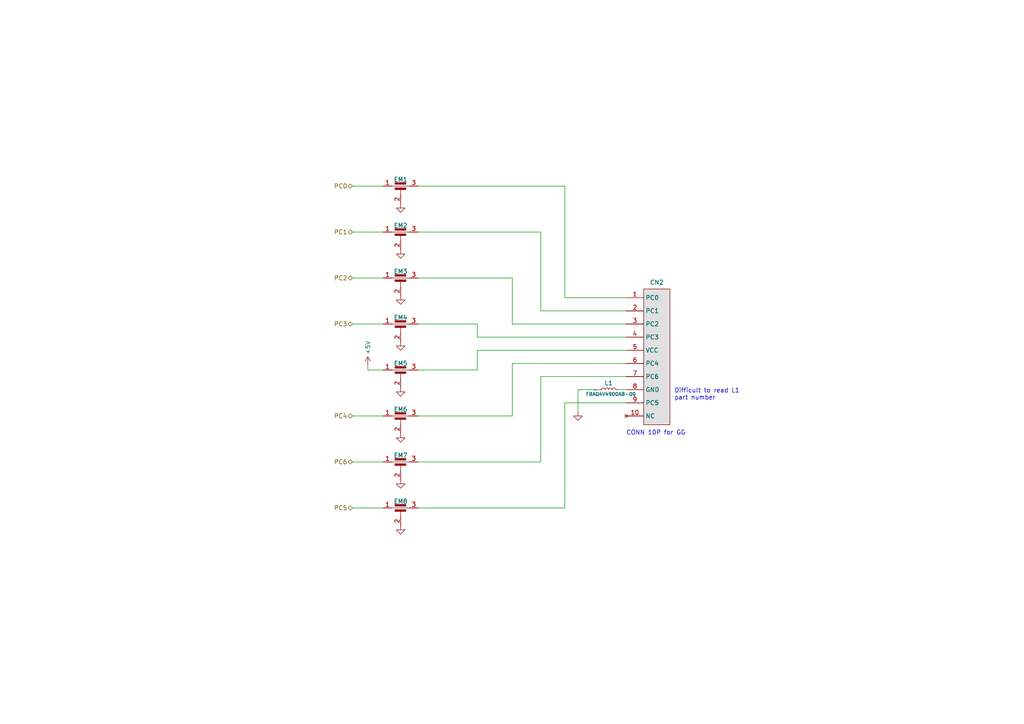
<source format=kicad_sch>
(kicad_sch (version 20230121) (generator eeschema)
  (paper "A4")
  (title_block (title "Link Connector"))
  (lib_symbols
    (symbol "Device:C_Feedthrough" (pin_names (offset 0.254) hide)
      (property "Reference" "C" (at 0 7.62 0))
      (property "Value" "C_Feedthrough" (at 0 5.715 0))
      (symbol "C_Feedthrough_0_1"
        (rectangle (start -1.651 1.524) (end 1.524 2.032) (fill (type outline)))
        (polyline (pts (xy -2.54 2.54) (xy 2.54 2.54)))
        (polyline (pts (xy 0 0) (xy 0 1.778)))
        (rectangle (start 1.524 3.048) (end -1.651 3.556) (fill (type outline)))
      )
      (symbol "C_Feedthrough_1_1"
        (pin passive line (at -5.08 2.54 0) (length 2.54) (name "1") (number "1"))
        (pin passive line (at 0 -2.54 90) (length 2.54) (name "2") (number "2"))
        (pin passive line (at 5.08 2.54 180) (length 2.54) (name "3") (number "3"))
      )
    )
    (symbol "Device:L_Small" (pin_numbers hide) (pin_names (offset 0.254) hide)
      (property "Reference" "L" (at 0.762 1.016 0))
      (property "Value" "L_Small" (at 0.762 -1.016 0))
      (symbol "L_Small_0_1"
        (arc (start 0 -2.032) (mid 0.5058 -1.524) (end 0 -1.016))
        (arc (start 0 -1.016) (mid 0.5058 -0.508) (end 0 0))
        (arc (start 0 0) (mid 0.5058 0.508) (end 0 1.016))
        (arc (start 0 1.016) (mid 0.5058 1.524) (end 0 2.032))
      )
      (symbol "L_Small_1_1"
        (pin passive line (at 0 2.54 270) (length 0.508) (name "~") (number "1"))
        (pin passive line (at 0 -2.54 90) (length 0.508) (name "~") (number "2"))
      )
    )
    (symbol "Game Gear Symbol Library:Conn_10P_GG"
      (property "Reference" "CN" (at -2.54 21.59 0))
      (symbol "Conn_10P_GG_0_1"
        (rectangle (start -3.81 20.32) (end 3.81 -19.05) (fill (type color) (color 132 132 132 0.25)))
      )
      (symbol "Conn_10P_GG_1_1"
        (pin bidirectional line (at -8.89 17.78 0) (length 5.08) (name "PC0") (number "1"))
        (pin no_connect line (at -8.89 -16.51 0) (length 5.08) (name "NC") (number "10"))
        (pin bidirectional line (at -8.89 13.97 0) (length 5.08) (name "PC1") (number "2"))
        (pin bidirectional line (at -8.89 10.16 0) (length 5.08) (name "PC2") (number "3"))
        (pin bidirectional line (at -8.89 6.35 0) (length 5.08) (name "PC3") (number "4"))
        (pin power_in line (at -8.89 2.54 0) (length 5.08) (name "VCC") (number "5"))
        (pin bidirectional line (at -8.89 -1.27 0) (length 5.08) (name "PC4") (number "6"))
        (pin bidirectional line (at -8.89 -5.08 0) (length 5.08) (name "PC6") (number "7"))
        (pin power_in line (at -8.89 -8.89 0) (length 5.08) (name "GND") (number "8"))
        (pin bidirectional line (at -8.89 -12.7 0) (length 5.08) (name "PC5") (number "9"))
      )
    )
    (symbol "power:+5V" (power) (pin_names (offset 0))
      (property "Value" "+5V" (at 0 3.556 0))
      (symbol "+5V_0_1"
        (polyline (pts (xy -0.762 1.27) (xy 0 2.54)))
        (polyline (pts (xy 0 0) (xy 0 2.54)))
        (polyline (pts (xy 0 2.54) (xy 0.762 1.27)))
      )
      (symbol "+5V_1_1"
        (pin power_in line (at 0 0 90) (length 0) hide (name "+5V") (number "1"))
      )
    )
    (symbol "power:GND" (power) (pin_names (offset 0))
      (property "Value" "GND" (at 0 -3.81 0))
      (symbol "GND_0_1"
        (polyline (pts (xy 0 0) (xy 0 -1.27) (xy 1.27 -1.27) (xy 0 -2.54) (xy -1.27 -1.27) (xy 0 -1.27)))
      )
      (symbol "GND_1_1"
        (pin power_in line (at 0 0 270) (length 0) hide (name "GND") (number "1"))
      )
    )
  )
  (wire (pts (xy 138.43 101.6) (xy 181.61 101.6)))
  (wire (pts (xy 121.285 120.65) (xy 148.59 120.65)))
  (wire (pts (xy 173.99 113.03) (xy 167.64 113.03)))
  (wire (pts (xy 121.285 107.315) (xy 138.43 107.315)))
  (wire (pts (xy 138.43 97.79) (xy 138.43 93.98)))
  (wire (pts (xy 148.59 93.98) (xy 181.61 93.98)))
  (wire (pts (xy 167.64 113.03) (xy 167.64 119.38)))
  (wire (pts (xy 156.845 109.22) (xy 181.61 109.22)))
  (wire (pts (xy 179.07 113.03) (xy 181.61 113.03)))
  (wire (pts (xy 138.43 97.79) (xy 181.61 97.79)))
  (wire (pts (xy 121.285 133.985) (xy 156.845 133.985)))
  (wire (pts (xy 163.83 53.975) (xy 121.285 53.975)))
  (wire (pts (xy 102.235 120.65) (xy 111.125 120.65)))
  (wire (pts (xy 156.845 133.985) (xy 156.845 109.22)))
  (wire (pts (xy 148.59 80.645) (xy 148.59 93.98)))
  (wire (pts (xy 163.83 86.36) (xy 163.83 53.975)))
  (wire (pts (xy 121.285 80.645) (xy 148.59 80.645)))
  (wire (pts (xy 102.235 147.32) (xy 111.125 147.32)))
  (wire (pts (xy 121.285 147.32) (xy 163.83 147.32)))
  (wire (pts (xy 102.235 53.975) (xy 111.125 53.975)))
  (wire (pts (xy 156.845 90.17) (xy 181.61 90.17)))
  (wire (pts (xy 121.285 67.31) (xy 156.845 67.31)))
  (wire (pts (xy 163.83 147.32) (xy 163.83 116.84)))
  (wire (pts (xy 181.61 86.36) (xy 163.83 86.36)))
  (wire (pts (xy 102.235 67.31) (xy 111.125 67.31)))
  (wire (pts (xy 102.235 133.985) (xy 111.125 133.985)))
  (wire (pts (xy 138.43 107.315) (xy 138.43 101.6)))
  (wire (pts (xy 148.59 105.41) (xy 181.61 105.41)))
  (wire (pts (xy 106.68 107.315) (xy 106.68 106.045)))
  (wire (pts (xy 102.235 80.645) (xy 111.125 80.645)))
  (wire (pts (xy 102.235 93.98) (xy 111.125 93.98)))
  (wire (pts (xy 148.59 120.65) (xy 148.59 105.41)))
  (wire (pts (xy 163.83 116.84) (xy 181.61 116.84)))
  (wire (pts (xy 121.285 93.98) (xy 138.43 93.98)))
  (wire (pts (xy 111.125 107.315) (xy 106.68 107.315)))
  (wire (pts (xy 156.845 67.31) (xy 156.845 90.17)))
  (text "CONN 10P for GG" (at 181.61 126.365 0) (effects (font (size 1.27 1.27)) (justify left bottom)))
  (text "Difficult to read L1\npart number" (at 195.58 116.205 0) (effects (font (size 1.27 1.27)) (justify left bottom)))
  (hierarchical_label "PC4" (shape bidirectional) (at 102.235 120.65 180))
  (hierarchical_label "PC2" (shape bidirectional) (at 102.235 80.645 180))
  (hierarchical_label "PC1" (shape bidirectional) (at 102.235 67.31 180))
  (hierarchical_label "PC6" (shape bidirectional) (at 102.235 133.985 180))
  (hierarchical_label "PC3" (shape bidirectional) (at 102.235 93.98 180))
  (hierarchical_label "PC0" (shape bidirectional) (at 102.235 53.975 180))
  (hierarchical_label "PC5" (shape bidirectional) (at 102.235 147.32 180))
  (symbol (lib_id "Device:C_Feedthrough") (at 116.205 123.19 0) (unit 1)
    (property "Reference" "EM6" (at 116.205 118.745 0))
    (property "Value" "C_Feedthrough" (effects hide))
  )
  (symbol (lib_id "Device:L_Small") (at 176.53 113.03 90) (unit 1)
    (property "Reference" "L1" (at 176.53 111.125 90))
    (property "Value" "FBAQ4V4900AB-00" (at 177.165 114.3 90) (effects (font (size 1 1))))
  )
  (symbol (lib_id "Device:C_Feedthrough") (at 116.205 56.515 0) (unit 1)
    (property "Reference" "EM1" (at 116.205 52.07 0))
    (property "Value" "C_Feedthrough" (effects hide))
  )
  (symbol (lib_id "power:GND") (at 116.205 99.06 0) (unit 1)
    (property "Reference" "#PWR037" (effects hide))
    (property "Value" "GND" (effects hide))
  )
  (symbol (lib_id "power:+5V") (at 106.68 106.045 0) (unit 1)
    (property "Reference" "#PWR012" (effects hide))
    (property "Value" "+5V" (at 106.68 102.87 90) (effects (justify left)))
  )
  (symbol (lib_id "power:GND") (at 116.205 112.395 0) (unit 1)
    (property "Reference" "#PWR038" (effects hide))
    (property "Value" "GND" (effects hide))
  )
  (symbol (lib_id "power:GND") (at 116.205 125.73 0) (unit 1)
    (property "Reference" "#PWR039" (effects hide))
    (property "Value" "GND" (effects hide))
  )
  (symbol (lib_id "Device:C_Feedthrough") (at 116.205 136.525 0) (unit 1)
    (property "Reference" "EM7" (at 116.205 132.08 0))
    (property "Value" "C_Feedthrough" (effects hide))
  )
  (symbol (lib_id "Game Gear Symbol Library:Conn_10P_GG") (at 190.5 104.14 0) (unit 1)
    (property "Reference" "CN2" (at 190.5 81.915 0))
    (property "Value" "~" (at 172.72 113.03 0))
  )
  (symbol (lib_id "Device:C_Feedthrough") (at 116.205 96.52 0) (unit 1)
    (property "Reference" "EM4" (at 116.205 92.075 0))
    (property "Value" "C_Feedthrough" (effects hide))
  )
  (symbol (lib_id "power:GND") (at 116.205 139.065 0) (unit 1)
    (property "Reference" "#PWR040" (effects hide))
    (property "Value" "GND" (effects hide))
  )
  (symbol (lib_id "Device:C_Feedthrough") (at 116.205 69.85 0) (unit 1)
    (property "Reference" "EM2" (at 116.205 65.405 0))
    (property "Value" "C_Feedthrough" (effects hide))
  )
  (symbol (lib_id "power:GND") (at 116.205 59.055 0) (unit 1)
    (property "Reference" "#PWR013" (effects hide))
    (property "Value" "GND" (effects hide))
  )
  (symbol (lib_id "power:GND") (at 167.64 119.38 0) (unit 1)
    (property "Reference" "#PWR042" (effects hide))
    (property "Value" "GND" (effects hide))
  )
  (symbol (lib_id "Device:C_Feedthrough") (at 116.205 109.855 0) (unit 1)
    (property "Reference" "EM5" (at 116.205 105.41 0))
    (property "Value" "C_Feedthrough" (effects hide))
  )
  (symbol (lib_id "Device:C_Feedthrough") (at 116.205 149.86 0) (unit 1)
    (property "Reference" "EM8" (at 116.205 145.415 0))
    (property "Value" "C_Feedthrough" (effects hide))
  )
  (symbol (lib_id "power:GND") (at 116.205 72.39 0) (unit 1)
    (property "Reference" "#PWR035" (effects hide))
    (property "Value" "GND" (effects hide))
  )
  (symbol (lib_id "Device:C_Feedthrough") (at 116.205 83.185 0) (unit 1)
    (property "Reference" "EM3" (at 116.205 78.74 0))
    (property "Value" "C_Feedthrough" (effects hide))
  )
  (symbol (lib_id "power:GND") (at 116.205 152.4 0) (unit 1)
    (property "Reference" "#PWR041" (effects hide))
    (property "Value" "GND" (effects hide))
  )
  (symbol (lib_id "power:GND") (at 116.205 85.725 0) (unit 1)
    (property "Reference" "#PWR036" (effects hide))
    (property "Value" "GND" (effects hide))
  )
)
</source>
